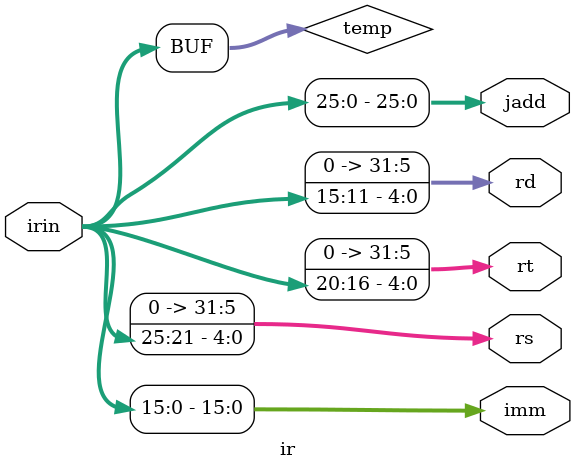
<source format=v>
module ir(irin,imm,rs,rt,rd,jadd);
  
  
  //input IrWr;
  input [31:0]irin;
  output [15:0]imm;
  
  output [31:0]rs,rt,rd;
  output [25:0]jadd;            //????
  
  wire [31:0]temp;
  
 
 
  assign temp=irin;
    
  
  
  
  assign imm={temp[15:0]};
  
  assign rs={{27{1'b0}},temp[25:21]};
  assign rt={{27{1'b0}},temp[20:16]};
  assign rd={{27{1'b0}},temp[15:11]};
  assign jadd={temp[25:0]};
  
endmodule

</source>
